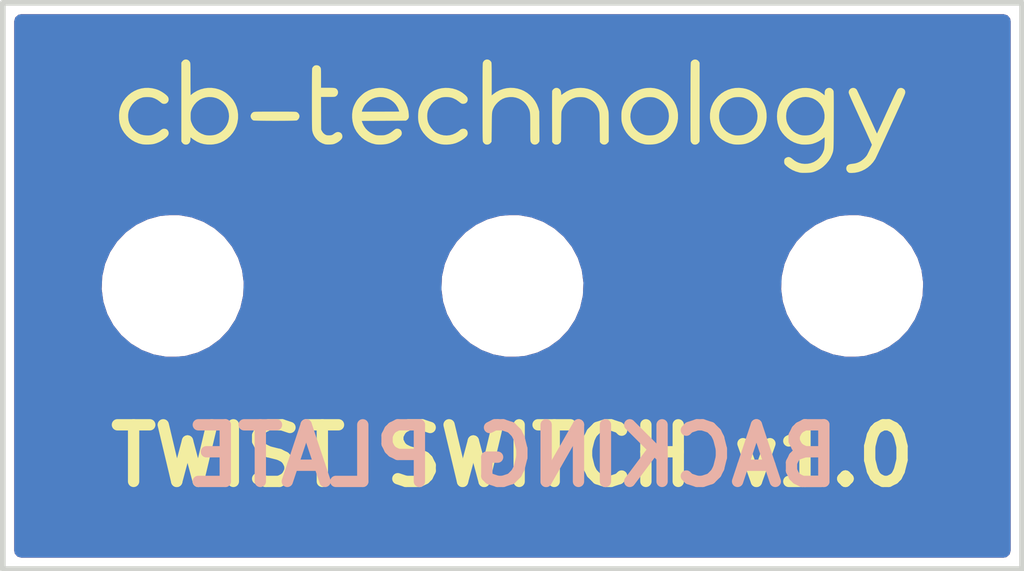
<source format=kicad_pcb>
(kicad_pcb (version 20221018) (generator pcbnew)
  (title_block (title "TWIST SWITCH BACKING PLATE") (date "2023-08-02") (rev "v1.0") (company "cb-technology"))
  (layers (0 "F.Cu" signal) (31 "B.Cu" signal) (34 "B.Paste" user) (35 "F.Paste" user) (36 "B.SilkS" user "B.Silkscreen") (37 "F.SilkS" user "F.Silkscreen") (38 "B.Mask" user) (39 "F.Mask" user) (44 "Edge.Cuts" user))
  (net 0 "")
  (footprint "LOGO" (layer "F.Cu") (at 200 147)
    (fp_text reference "G***" hide)
    (fp_text value "LOGO" hide)
    (fp_poly (pts (xy 3.239801 -0.998702) (xy 3.263624 -0.99037) (xy 3.265135 -0.989509) (xy 3.281186 -0.977049) (xy 3.294048 -0.96169) (xy 3.295429 -0.959384) (xy 3.305796 -0.940938) (xy 3.305796 0.445978) (xy 3.294022 0.46607) (xy 3.27762 0.485476) (xy 3.256055 0.498494) (xy 3.231443 0.504456) (xy 3.205903 0.502696) (xy 3.192133 0.498154) (xy 3.174485 0.486213) (xy 3.159306 0.468213) (xy 3.149213 0.447354) (xy 3.148439 0.444706) (xy 3.14769 0.437521) (xy 3.147022 0.421795) (xy 3.146436 0.397465) (xy 3.145932 0.364467) (xy 3.145508 0.322738) (xy 3.145165 0.272215) (xy 3.144902 0.212834) (xy 3.144719 0.144533) (xy 3.144616 0.067246) (xy 3.144592 -0.019087) (xy 3.144647 -0.114532) (xy 3.14478 -0.219151) (xy 3.144845 -0.257681) (xy 3.145016 -0.350928) (xy 3.145184 -0.435361) (xy 3.145355 -0.511429) (xy 3.145535 -0.579577) (xy 3.145731 -0.640253) (xy 3.145947 -0.693904) (xy 3.146191 -0.740977) (xy 3.146468 -0.781918) (xy 3.146784 -0.817175) (xy 3.147144 -0.847194) (xy 3.147556 -0.872423) (xy 3.148024 -0.893309) (xy 3.148556 -0.910297) (xy 3.149155 -0.923836) (xy 3.14983 -0.934373) (xy 3.150585 -0.942353) (xy 3.151427 -0.948225) (xy 3.152362 -0.952434) (xy 3.153395 -0.955429) (xy 3.15416 -0.957006) (xy 3.17014 -0.977518) (xy 3.191067 -0.991693) (xy 3.214951 -0.998949)) (fill solid) (layer "F.SilkS"))
    (fp_poly (pts (xy -4.125512 -0.078498) (xy -4.067214 -0.078465) (xy -4.016909 -0.078392) (xy -3.973963 -0.078264) (xy -3.937743 -0.078068) (xy -3.907615 -0.077788) (xy -3.882945 -0.077411) (xy -3.8631 -0.076921) (xy -3.847445 -0.076305) (xy -3.835349 -0.075547) (xy -3.826176 -0.074634) (xy -3.819293 -0.073551) (xy -3.814067 -0.072283) (xy -3.809864 -0.070816) (xy -3.807297 -0.069711) (xy -3.788159 -0.056507) (xy -3.772496 -0.037207) (xy -3.762624 -0.014907) (xy -3.761138 -0.008095) (xy -3.761744 0.014816) (xy -3.769702 0.037807) (xy -3.783519 0.058219) (xy -3.8017 0.073392) (xy -3.808941 0.077024) (xy -3.81651 0.078253) (xy -3.832461 0.07936) (xy -3.855926 0.080343) (xy -3.886039 0.081204) (xy -3.921934 0.081942) (xy -3.962742 0.082558) (xy -4.007599 0.083052) (xy -4.055637 0.083424) (xy -4.10599 0.083675) (xy -4.157791 0.083804) (xy -4.210174 0.083812) (xy -4.262271 0.083699) (xy -4.313216 0.083466) (xy -4.362144 0.083112) (xy -4.408186 0.082637) (xy -4.450476 0.082043) (xy -4.488148 0.081329) (xy -4.520335 0.080495) (xy -4.546171 0.079542) (xy -4.564788 0.07847) (xy -4.575321 0.077278) (xy -4.576952 0.076827) (xy -4.59592 0.063983) (xy -4.611161 0.044984) (xy -4.621167 0.022567) (xy -4.624432 -0.000532) (xy -4.623733 -0.008095) (xy -4.616049 -0.030693) (xy -4.60188 -0.051217) (xy -4.583541 -0.066575) (xy -4.577574 -0.069711) (xy -4.573703 -0.07132) (xy -4.569234 -0.07272) (xy -4.563535 -0.073926) (xy -4.555971 -0.074952) (xy -4.54591 -0.075812) (xy -4.532717 -0.076522) (xy -4.515758 -0.077095) (xy -4.494401 -0.077546) (xy -4.468011 -0.07789) (xy -4.435956 -0.078141) (xy -4.397601 -0.078313) (xy -4.352312 -0.078421) (xy -4.299457 -0.07848) (xy -4.238401 -0.078503) (xy -4.192435 -0.078506)) (fill solid) (layer "F.SilkS"))
    (fp_poly (pts (xy 4.069173 -0.492733) (xy 4.121985 -0.481828) (xy 4.179315 -0.462467) (xy 4.234691 -0.434849) (xy 4.287084 -0.399932) (xy 4.335462 -0.358674) (xy 4.378798 -0.312032) (xy 4.416061 -0.260963) (xy 4.446222 -0.206425) (xy 4.463374 -0.164364) (xy 4.479596 -0.104508) (xy 4.488434 -0.041144) (xy 4.489874 0.023636) (xy 4.483907 0.087738) (xy 4.470521 0.14907) (xy 4.465188 0.166222) (xy 4.440817 0.224901) (xy 4.408438 0.280165) (xy 4.368932 0.3312) (xy 4.323177 0.377189) (xy 4.272054 0.417317) (xy 4.216443 0.450768) (xy 4.157224 0.476726) (xy 4.116591 0.489358) (xy 4.083276 0.496055) (xy 4.044223 0.5007) (xy 4.002473 0.503177) (xy 3.961066 0.503375) (xy 3.923045 0.501178) (xy 3.896836 0.497569) (xy 3.830739 0.48055) (xy 3.768753 0.455235) (xy 3.710903 0.421637) (xy 3.657208 0.379769) (xy 3.620784 0.344134) (xy 3.577433 0.291781) (xy 3.542829 0.23673) (xy 3.516744 0.178434) (xy 3.498947 0.116347) (xy 3.489209 0.049922) (xy 3.487751 0.027511) (xy 3.488379 -0.016016) (xy 3.649723 -0.016016) (xy 3.650519 0.039445) (xy 3.659416 0.091059) (xy 3.676707 0.13996) (xy 3.70243 0.186883) (xy 3.737041 0.232246) (xy 3.777393 0.270407) (xy 3.823121 0.301111) (xy 3.87386 0.324101) (xy 3.914637 0.336047) (xy 3.942887 0.34025) (xy 3.976783 0.341698) (xy 4.013179 0.340547) (xy 4.048931 0.336953) (xy 4.080893 0.331072) (xy 4.095206 0.327087) (xy 4.144069 0.306956) (xy 4.188107 0.279527) (xy 4.222658 0.250018) (xy 4.260891 0.207026) (xy 4.290677 0.160367) (xy 4.311901 0.110326) (xy 4.324452 0.057191) (xy 4.328216 0.001248) (xy 4.32761 -0.016121) (xy 4.321509 -0.067724) (xy 4.309065 -0.114071) (xy 4.289558 -0.15674) (xy 4.262271 -0.197312) (xy 4.227321 -0.236523) (xy 4.206555 -0.256823) (xy 4.189474 -0.271883) (xy 4.173733 -0.283491) (xy 4.156987 -0.293435) (xy 4.143821 -0.300162) (xy 4.11041 -0.31521) (xy 4.080243 -0.325486) (xy 4.050006 -0.331742) (xy 4.016386 -0.334725) (xy 3.988717 -0.335269) (xy 3.950695 -0.334149) (xy 3.918404 -0.330288) (xy 3.88853 -0.322937) (xy 3.857759 -0.311346) (xy 3.833613 -0.300162) (xy 3.814842 -0.290329) (xy 3.798673 -0.280048) (xy 3.782759 -0.267531) (xy 3.764755 -0.250991) (xy 3.750112 -0.236523) (xy 3.714341 -0.196261) (xy 3.687096 -0.155417) (xy 3.667688 -0.112481) (xy 3.655429 -0.065942) (xy 3.649723 -0.016016) (xy 3.488379 -0.016016) (xy 3.488758 -0.042249) (xy 3.498403 -0.10869) (xy 3.516655 -0.171738) (xy 3.543486 -0.231318) (xy 3.578866 -0.287355) (xy 3.622766 -0.339773) (xy 3.637235 -0.354432) (xy 3.68954 -0.399343) (xy 3.745968 -0.436129) (xy 3.805925 -0.464635) (xy 3.868818 -0.484704) (xy 3.934053 -0.496181) (xy 4.001036 -0.49891)) (fill solid) (layer "F.SilkS"))
    (fp_poly (pts (xy -6.361626 -0.491335) (xy -6.295211 -0.475184) (xy -6.272191 -0.467427) (xy -6.240909 -0.454358) (xy -6.208562 -0.43775) (xy -6.176655 -0.418663) (xy -6.146697 -0.398162) (xy -6.120194 -0.377308) (xy -6.098655 -0.357165) (xy -6.083585 -0.338795) (xy -6.07935 -0.331462) (xy -6.071456 -0.306083) (xy -6.071603 -0.281442) (xy -6.078781 -0.258859) (xy -6.091979 -0.239652) (xy -6.110189 -0.225141) (xy -6.132398 -0.216645) (xy -6.157597 -0.215483) (xy -6.166968 -0.21706) (xy -6.176351 -0.219364) (xy -6.184231 -0.222202) (xy -6.192331 -0.226677) (xy -6.202376 -0.233896) (xy -6.216091 -0.244964) (xy -6.234233 -0.26017) (xy -6.273491 -0.288313) (xy -6.317404 -0.31125) (xy -6.361575 -0.326886) (xy -6.387344 -0.331707) (xy -6.418895 -0.334511) (xy -6.453056 -0.335288) (xy -6.486658 -0.33403) (xy -6.516528 -0.330728) (xy -6.532884 -0.327366) (xy -6.584378 -0.309076) (xy -6.632206 -0.282732) (xy -6.675388 -0.24914) (xy -6.712945 -0.209107) (xy -6.743897 -0.16344) (xy -6.753201 -0.145844) (xy -6.77029 -0.105881) (xy -6.781107 -0.067017) (xy -6.786257 -0.026202) (xy -6.786345 0.019613) (xy -6.786288 0.020835) (xy -6.780393 0.074192) (xy -6.76765 0.122244) (xy -6.747435 0.166403) (xy -6.719121 0.208081) (xy -6.687988 0.242846) (xy -6.647626 0.278659) (xy -6.6058 0.305836) (xy -6.561146 0.324977) (xy -6.512301 0.33668) (xy -6.463434 0.341355) (xy -6.427437 0.341779) (xy -6.39755 0.339783) (xy -6.375465 0.336198) (xy -6.340123 0.325802) (xy -6.302488 0.309546) (xy -6.265729 0.289048) (xy -6.233013 0.265925) (xy -6.225487 0.259618) (xy -6.203155 0.241589) (xy -6.184181 0.230048) (xy -6.166376 0.224072) (xy -6.147549 0.222736) (xy -6.139388 0.22328) (xy -6.113973 0.229919) (xy -6.093526 0.244097) (xy -6.07899 0.265154) (xy -6.078709 0.265765) (xy -6.071358 0.288129) (xy -6.070483 0.309578) (xy -6.076476 0.330752) (xy -6.089723 0.35229) (xy -6.110616 0.374831) (xy -6.139541 0.399014) (xy -6.175227 0.424368) (xy -6.226884 0.454223) (xy -6.28315 0.478183) (xy -6.32685 0.49149) (xy -6.353338 0.496467) (xy -6.38623 0.500121) (xy -6.42275 0.502366) (xy -6.460126 0.503117) (xy -6.495584 0.502287) (xy -6.52635 0.499792) (xy -6.538341 0.498029) (xy -6.602262 0.482086) (xy -6.663365 0.457461) (xy -6.721124 0.424445) (xy -6.77501 0.383329) (xy -6.813582 0.34628) (xy -6.85745 0.293959) (xy -6.892591 0.238872) (xy -6.919135 0.18067) (xy -6.937209 0.119007) (xy -6.94694 0.053536) (xy -6.948456 -0.01609) (xy -6.94829 -0.020386) (xy -6.942373 -0.083827) (xy -6.929904 -0.141871) (xy -6.910393 -0.19612) (xy -6.883352 -0.248177) (xy -6.874317 -0.262651) (xy -6.832939 -0.318579) (xy -6.786103 -0.367408) (xy -6.734477 -0.408911) (xy -6.678732 -0.44286) (xy -6.619537 -0.469028) (xy -6.557559 -0.487187) (xy -6.493469 -0.497109) (xy -6.427935 -0.498568)) (fill solid) (layer "F.SilkS"))
    (fp_poly (pts (xy -3.431214 -0.894011) (xy -3.409116 -0.881762) (xy -3.392168 -0.862005) (xy -3.38915 -0.856571) (xy -3.386727 -0.851394) (xy -3.384766 -0.845677) (xy -3.383219 -0.838435) (xy -3.382037 -0.828684) (xy -3.381171 -0.81544) (xy -3.380572 -0.797721) (xy -3.380192 -0.77454) (xy -3.379982 -0.744916) (xy -3.379893 -0.707863) (xy -3.379876 -0.669215) (xy -3.379876 -0.500037) (xy -3.262969 -0.499935) (xy -3.222998 -0.499773) (xy -3.191109 -0.49923) (xy -3.166125 -0.498103) (xy -3.146869 -0.496189) (xy -3.132167 -0.493288) (xy -3.12084 -0.489195) (xy -3.111712 -0.483708) (xy -3.103608 -0.476626) (xy -3.098914 -0.47171) (xy -3.085317 -0.450579) (xy -3.079398 -0.426806) (xy -3.080823 -0.402387) (xy -3.089257 -0.37932) (xy -3.104365 -0.359602) (xy -3.119617 -0.348355) (xy -3.125556 -0.345215) (xy -3.131643 -0.342782) (xy -3.139089 -0.340966) (xy -3.149106 -0.339678) (xy -3.162909 -0.338826) (xy -3.18171 -0.338322) (xy -3.206721 -0.338075) (xy -3.239155 -0.337994) (xy -3.259136 -0.337988) (xy -3.380208 -0.337988) (xy -3.378885 -0.049772) (xy -3.377561 0.238443) (xy -3.364643 0.264749) (xy -3.346284 0.29332) (xy -3.321527 0.316366) (xy -3.29988 0.329823) (xy -3.288078 0.335165) (xy -3.275455 0.338355) (xy -3.259119 0.339886) (xy -3.238662 0.340252) (xy -3.214983 0.339623) (xy -3.196606 0.336999) (xy -3.180586 0.331305) (xy -3.163978 0.321465) (xy -3.143835 0.306404) (xy -3.142015 0.304967) (xy -3.115164 0.288228) (xy -3.088599 0.280673) (xy -3.062476 0.282314) (xy -3.036951 0.293168) (xy -3.034286 0.294859) (xy -3.017925 0.310773) (xy -3.007024 0.332167) (xy -3.002463 0.356476) (xy -3.004934 0.380427) (xy -3.013818 0.399187) (xy -3.030145 0.419248) (xy -3.05243 0.439466) (xy -3.079186 0.458695) (xy -3.108928 0.475787) (xy -3.14017 0.489598) (xy -3.151712 0.493615) (xy -3.170439 0.497752) (xy -3.195532 0.500733) (xy -3.224161 0.502479) (xy -3.253496 0.502912) (xy -3.280707 0.501955) (xy -3.302963 0.49953) (xy -3.310427 0.497985) (xy -3.357731 0.481415) (xy -3.401586 0.45726) (xy -3.441034 0.426527) (xy -3.475118 0.390222) (xy -3.502883 0.349354) (xy -3.52337 0.304928) (xy -3.535004 0.261588) (xy -3.536054 0.254355) (xy -3.536993 0.244758) (xy -3.537825 0.232297) (xy -3.538558 0.216469) (xy -3.539198 0.196772) (xy -3.53975 0.172707) (xy -3.54022 0.14377) (xy -3.540615 0.109461) (xy -3.54094 0.069277) (xy -3.541202 0.022718) (xy -3.541406 -0.030718) (xy -3.541559 -0.091533) (xy -3.541666 -0.160229) (xy -3.541735 -0.237306) (xy -3.541763 -0.300978) (xy -3.541749 -0.38669) (xy -3.541654 -0.465914) (xy -3.541479 -0.538377) (xy -3.541227 -0.603805) (xy -3.5409 -0.661925) (xy -3.540501 -0.712464) (xy -3.540031 -0.755149) (xy -3.539493 -0.789705) (xy -3.53889 -0.81586) (xy -3.538222 -0.83334) (xy -3.537493 -0.841872) (xy -3.537386 -0.842336) (xy -3.528399 -0.860595) (xy -3.513452 -0.878036) (xy -3.495483 -0.891265) (xy -3.494698 -0.891682) (xy -3.482718 -0.895499) (xy -3.466334 -0.897852) (xy -3.457575 -0.898214)) (fill solid) (layer "F.SilkS"))
    (fp_poly (pts (xy -1.121689 -0.496434) (xy -1.05892 -0.48694) (xy -0.998166 -0.46993) (xy -0.940434 -0.445572) (xy -0.886733 -0.414032) (xy -0.838071 -0.375476) (xy -0.82799 -0.365919) (xy -0.810707 -0.347873) (xy -0.799569 -0.333243) (xy -0.793171 -0.320083) (xy -0.791911 -0.315927) (xy -0.788988 -0.288983) (xy -0.794169 -0.264436) (xy -0.806452 -0.243609) (xy -0.824834 -0.227821) (xy -0.848311 -0.218394) (xy -0.86759 -0.216286) (xy -0.881934 -0.216885) (xy -0.894078 -0.219357) (xy -0.906072 -0.224712) (xy -0.919963 -0.233964) (xy -0.937797 -0.248122) (xy -0.946144 -0.255092) (xy -0.993235 -0.288736) (xy -1.044993 -0.314385) (xy -1.074152 -0.324681) (xy -1.102785 -0.330996) (xy -1.137118 -0.334692) (xy -1.173959 -0.33573) (xy -1.210114 -0.334073) (xy -1.242392 -0.329682) (xy -1.254721 -0.326826) (xy -1.305171 -0.308426) (xy -1.352372 -0.281967) (xy -1.395166 -0.248413) (xy -1.432396 -0.208724) (xy -1.462905 -0.163864) (xy -1.472406 -0.145844) (xy -1.487208 -0.11161) (xy -1.49705 -0.078614) (xy -1.502626 -0.04365) (xy -1.504635 -0.00351) (xy -1.504671 0.002732) (xy -1.501352 0.057535) (xy -1.490898 0.107132) (xy -1.472799 0.152762) (xy -1.446543 0.195667) (xy -1.411618 0.237086) (xy -1.405381 0.243468) (xy -1.385313 0.263042) (xy -1.368603 0.277583) (xy -1.352572 0.289078) (xy -1.334538 0.299516) (xy -1.319541 0.307134) (xy -1.267487 0.327807) (xy -1.213969 0.339785) (xy -1.15997 0.343142) (xy -1.106472 0.337953) (xy -1.054457 0.324291) (xy -1.004906 0.302232) (xy -0.97069 0.28075) (xy -0.955346 0.269291) (xy -0.941933 0.25842) (xy -0.93323 0.250394) (xy -0.932938 0.250075) (xy -0.912895 0.234296) (xy -0.888447 0.225038) (xy -0.862198 0.22277) (xy -0.836753 0.22796) (xy -0.829046 0.231354) (xy -0.809856 0.245975) (xy -0.796586 0.266018) (xy -0.789729 0.2894) (xy -0.789778 0.314041) (xy -0.797225 0.337859) (xy -0.8019 0.345964) (xy -0.818199 0.365551) (xy -0.841657 0.38683) (xy -0.870605 0.408707) (xy -0.903371 0.430087) (xy -0.938286 0.449877) (xy -0.973678 0.466982) (xy -1.006188 0.479738) (xy -1.052592 0.492269) (xy -1.1042 0.500547) (xy -1.157878 0.504346) (xy -1.210492 0.503441) (xy -1.257804 0.497811) (xy -1.312981 0.484279) (xy -1.367383 0.463544) (xy -1.394553 0.450485) (xy -1.430597 0.430257) (xy -1.463404 0.407675) (xy -1.495393 0.380872) (xy -1.528984 0.347982) (xy -1.533419 0.343347) (xy -1.575994 0.293044) (xy -1.610009 0.240338) (xy -1.636083 0.184061) (xy -1.654832 0.123043) (xy -1.658535 0.106489) (xy -1.663243 0.074694) (xy -1.66578 0.03706) (xy -1.666213 -0.003645) (xy -1.664607 -0.044649) (xy -1.66103 -0.083181) (xy -1.655547 -0.116472) (xy -1.652937 -0.127324) (xy -1.641769 -0.161508) (xy -1.626214 -0.199092) (xy -1.607937 -0.236469) (xy -1.588606 -0.27003) (xy -1.583155 -0.278366) (xy -1.555924 -0.313589) (xy -1.522217 -0.349187) (xy -1.484193 -0.383337) (xy -1.444011 -0.414219) (xy -1.403833 -0.440008) (xy -1.372741 -0.455927) (xy -1.311998 -0.47816) (xy -1.249236 -0.492211) (xy -1.185463 -0.498247)) (fill solid) (layer "F.SilkS"))
    (fp_poly (pts (xy 2.507644 -0.49238) (xy 2.571826 -0.477159) (xy 2.633289 -0.453374) (xy 2.69141 -0.421246) (xy 2.745567 -0.380993) (xy 2.773507 -0.355403) (xy 2.820208 -0.303492) (xy 2.858321 -0.248122) (xy 2.887871 -0.189245) (xy 2.908881 -0.126808) (xy 2.921373 -0.06076) (xy 2.924456 -0.02596) (xy 2.924025 0.04335) (xy 2.914794 0.109859) (xy 2.896857 0.173323) (xy 2.870306 0.233498) (xy 2.835235 0.290139) (xy 2.791737 0.343003) (xy 2.778668 0.356489) (xy 2.727639 0.401921) (xy 2.674043 0.438715) (xy 2.617121 0.467319) (xy 2.55611 0.488176) (xy 2.551662 0.489358) (xy 2.518347 0.496055) (xy 2.479294 0.5007) (xy 2.437544 0.503177) (xy 2.396137 0.503375) (xy 2.358116 0.501178) (xy 2.331907 0.497569) (xy 2.266904 0.480708) (xy 2.205448 0.455669) (xy 2.148201 0.423067) (xy 2.095825 0.383516) (xy 2.048981 0.337632) (xy 2.008331 0.286029) (xy 1.974535 0.229321) (xy 1.948256 0.168123) (xy 1.936553 0.130189) (xy 1.931913 0.111551) (xy 1.928625 0.094713) (xy 1.926447 0.077321) (xy 1.92514 0.057021) (xy 1.924465 0.03146) (xy 1.924286 0.013697) (xy 2.083046 0.013697) (xy 2.088732 0.066954) (xy 2.103072 0.118646) (xy 2.125946 0.168033) (xy 2.157232 0.214376) (xy 2.183029 0.243549) (xy 2.223708 0.279236) (xy 2.268311 0.306963) (xy 2.317889 0.327311) (xy 2.349708 0.336047) (xy 2.375022 0.339825) (xy 2.406228 0.341378) (xy 2.440261 0.340831) (xy 2.474057 0.338311) (xy 2.50455 0.333943) (xy 2.525647 0.32885) (xy 2.57565 0.308395) (xy 2.621859 0.279935) (xy 2.663351 0.244271) (xy 2.6992 0.202201) (xy 2.728483 0.154525) (xy 2.729527 0.152469) (xy 2.748498 0.104851) (xy 2.759771 0.053629) (xy 2.763276 0.000451) (xy 2.758945 -0.053038) (xy 2.746706 -0.105191) (xy 2.741105 -0.121339) (xy 2.722043 -0.160952) (xy 2.695577 -0.199974) (xy 2.663464 -0.236475) (xy 2.627461 -0.268528) (xy 2.589327 -0.294204) (xy 2.578074 -0.300205) (xy 2.545374 -0.315201) (xy 2.515478 -0.325469) (xy 2.485184 -0.331736) (xy 2.451293 -0.334731) (xy 2.423788 -0.335269) (xy 2.385766 -0.334149) (xy 2.353475 -0.330288) (xy 2.323601 -0.322937) (xy 2.29283 -0.311346) (xy 2.268684 -0.300162) (xy 2.249832 -0.290273) (xy 2.233498 -0.279868) (xy 2.217336 -0.267164) (xy 2.199003 -0.250381) (xy 2.184816 -0.236447) (xy 2.165186 -0.216375) (xy 2.150665 -0.200059) (xy 2.139457 -0.185081) (xy 2.129765 -0.169028) (xy 2.119794 -0.149482) (xy 2.119118 -0.148082) (xy 2.098118 -0.09456) (xy 2.086134 -0.040388) (xy 2.083046 0.013697) (xy 1.924286 0.013697) (xy 1.924241 0.00926) (xy 1.924365 -0.025805) (xy 1.925343 -0.053863) (xy 1.927327 -0.077141) (xy 1.930473 -0.097864) (xy 1.932208 -0.106489) (xy 1.950014 -0.16773) (xy 1.976215 -0.226421) (xy 2.010093 -0.281664) (xy 2.050932 -0.332564) (xy 2.098016 -0.378224) (xy 2.150627 -0.417745) (xy 2.206179 -0.449328) (xy 2.247449 -0.467565) (xy 2.287062 -0.480827) (xy 2.32864 -0.490128) (xy 2.373611 -0.496258) (xy 2.441365 -0.49882)) (fill solid) (layer "F.SilkS"))
    (fp_poly (pts (xy 1.267975 -0.494479) (xy 1.330975 -0.481995) (xy 1.39199 -0.461366) (xy 1.450064 -0.432558) (xy 1.471323 -0.419355) (xy 1.52598 -0.378003) (xy 1.574274 -0.330426) (xy 1.615685 -0.277374) (xy 1.649692 -0.219598) (xy 1.675774 -0.15785) (xy 1.691518 -0.101921) (xy 1.693622 -0.091906) (xy 1.695398 -0.082075) (xy 1.696874 -0.07157) (xy 1.698078 -0.059533) (xy 1.699039 -0.045107) (xy 1.699785 -0.027432) (xy 1.700345 -0.005651) (xy 1.700747 0.021095) (xy 1.701019 0.053663) (xy 1.70119 0.092913) (xy 1.701288 0.139701) (xy 1.701341 0.194886) (xy 1.701342 0.195207) (xy 1.701513 0.44829) (xy 1.687623 0.467896) (xy 1.668118 0.488631) (xy 1.645113 0.500957) (xy 1.62126 0.504666) (xy 1.594268 0.500374) (xy 1.571048 0.487866) (xy 1.556565 0.473132) (xy 1.544094 0.45679) (xy 1.541464 0.204088) (xy 1.540876 0.149012) (xy 1.540328 0.102363) (xy 1.539784 0.063307) (xy 1.539208 0.031011) (xy 1.538563 0.004642) (xy 1.537812 -0.016635) (xy 1.53692 -0.033651) (xy 1.53585 -0.04724) (xy 1.534566 -0.058236) (xy 1.533031 -0.067472) (xy 1.531209 -0.075781) (xy 1.529063 -0.083996) (xy 1.528861 -0.084731) (xy 1.510019 -0.136251) (xy 1.483454 -0.183819) (xy 1.450033 -0.226568) (xy 1.410622 -0.263629) (xy 1.366086 -0.294135) (xy 1.317293 -0.317217) (xy 1.287131 -0.326929) (xy 1.261855 -0.331665) (xy 1.230665 -0.334443) (xy 1.19664 -0.335264) (xy 1.162859 -0.334131) (xy 1.132402 -0.331046) (xy 1.111192 -0.326826) (xy 1.059749 -0.308148) (xy 1.012302 -0.281495) (xy 0.969572 -0.247551) (xy 0.932283 -0.207003) (xy 0.901156 -0.160539) (xy 0.876915 -0.108843) (xy 0.874338 -0.101859) (xy 0.872031 -0.09526) (xy 0.870072 -0.088847) (xy 0.868424 -0.081826) (xy 0.867051 -0.073398) (xy 0.865917 -0.062766) (xy 0.864987 -0.049134) (xy 0.864223 -0.031703) (xy 0.86359 -0.009678) (xy 0.863052 0.017739) (xy 0.862573 0.051345) (xy 0.862117 0.091937) (xy 0.861647 0.140312) (xy 0.861209 0.18828) (xy 0.858859 0.448324) (xy 0.844969 0.467914) (xy 0.833357 0.481426) (xy 0.820167 0.492792) (xy 0.814946 0.496085) (xy 0.793814 0.502906) (xy 0.76973 0.50396) (xy 0.747027 0.499201) (xy 0.741626 0.49688) (xy 0.728717 0.488093) (xy 0.716175 0.47591) (xy 0.713847 0.47304) (xy 0.70144 0.456775) (xy 0.700144 0.011937) (xy 0.699986 -0.051648) (xy 0.699885 -0.112732) (xy 0.699841 -0.170663) (xy 0.699851 -0.224788) (xy 0.699913 -0.274455) (xy 0.700026 -0.319012) (xy 0.700188 -0.357805) (xy 0.700397 -0.390182) (xy 0.700651 -0.415492) (xy 0.700949 -0.43308) (xy 0.701288 -0.442296) (xy 0.701419 -0.443436) (xy 0.705948 -0.452878) (xy 0.714654 -0.465293) (xy 0.720576 -0.472329) (xy 0.741007 -0.488841) (xy 0.764243 -0.497513) (xy 0.788457 -0.498207) (xy 0.811819 -0.490785) (xy 0.82706 -0.480359) (xy 0.841435 -0.465535) (xy 0.851004 -0.449421) (xy 0.856966 -0.429307) (xy 0.860256 -0.405375) (xy 0.863489 -0.371371) (xy 0.901685 -0.400131) (xy 0.956569 -0.435844) (xy 1.015191 -0.463604) (xy 1.076597 -0.48338) (xy 1.139832 -0.49514) (xy 1.203943 -0.49885)) (fill solid) (layer "F.SilkS"))
    (fp_poly (pts (xy -2.287631 -0.497384) (xy -2.222715 -0.487599) (xy -2.159288 -0.469256) (xy -2.102345 -0.444415) (xy -2.044475 -0.409708) (xy -1.992463 -0.368394) (xy -1.946782 -0.321193) (xy -1.907904 -0.268826) (xy -1.876301 -0.212014) (xy -1.852446 -0.151476) (xy -1.836811 -0.087932) (xy -1.830201 -0.029578) (xy -1.829155 -0.006668) (xy -1.829019 0.009283) (xy -1.830056 0.020553) (xy -1.832532 0.029421) (xy -1.83671 0.038164) (xy -1.838422 0.041257) (xy -1.848862 0.055639) (xy -1.861716 0.06803) (xy -1.865701 0.070836) (xy -1.882082 0.081024) (xy -2.271828 0.083339) (xy -2.661575 0.085654) (xy -2.646745 0.125009) (xy -2.62308 0.17498) (xy -2.591922 0.219984) (xy -2.554001 0.259317) (xy -2.510046 0.292273) (xy -2.460785 0.31815) (xy -2.437678 0.32709) (xy -2.422016 0.332259) (xy -2.408374 0.335839) (xy -2.394403 0.338123) (xy -2.377753 0.339405) (xy -2.356076 0.33998) (xy -2.333504 0.340128) (xy -2.305068 0.339994) (xy -2.283514 0.339259) (xy -2.266472 0.337674) (xy -2.25157 0.334993) (xy -2.236437 0.330968) (xy -2.231644 0.329507) (xy -2.193632 0.315178) (xy -2.157726 0.296044) (xy -2.121389 0.270659) (xy -2.104965 0.257435) (xy -2.083546 0.240799) (xy -2.065712 0.229425) (xy -2.052745 0.224128) (xy -2.052585 0.224097) (xy -2.024226 0.222647) (xy -1.999156 0.228829) (xy -1.97852 0.241764) (xy -1.963466 0.260578) (xy -1.955142 0.284393) (xy -1.953846 0.299547) (xy -1.954997 0.317826) (xy -1.959263 0.333098) (xy -1.96786 0.347612) (xy -1.982006 0.36362) (xy -1.99554 0.376622) (xy -2.046861 0.417874) (xy -2.103493 0.45168) (xy -2.16481 0.477699) (xy -2.202912 0.489256) (xy -2.236964 0.4961) (xy -2.27672 0.500801) (xy -2.319104 0.503244) (xy -2.36104 0.503315) (xy -2.399454 0.500899) (xy -2.423685 0.497465) (xy -2.487738 0.480747) (xy -2.54891 0.455528) (xy -2.60646 0.422316) (xy -2.659647 0.38162) (xy -2.70773 0.333949) (xy -2.749968 0.27981) (xy -2.757531 0.268433) (xy -2.786722 0.215092) (xy -2.808905 0.156882) (xy -2.823881 0.095211) (xy -2.831448 0.031487) (xy -2.831407 -0.032879) (xy -2.82575 -0.078709) (xy -2.658759 -0.078709) (xy -2.329452 -0.078709) (xy -2.275153 -0.078731) (xy -2.223647 -0.078794) (xy -2.175668 -0.078895) (xy -2.131952 -0.079029) (xy -2.093234 -0.079194) (xy -2.060249 -0.079387) (xy -2.033731 -0.079602) (xy -2.014416 -0.079837) (xy -2.003039 -0.080089) (xy -2.000146 -0.0803) (xy -2.001531 -0.085168) (xy -2.005127 -0.096198) (xy -2.009197 -0.108197) (xy -2.031129 -0.15833) (xy -2.060223 -0.203397) (xy -2.095598 -0.242857) (xy -2.136376 -0.276169) (xy -2.181675 -0.302793) (xy -2.230618 -0.322186) (xy -2.282322 -0.33381) (xy -2.335909 -0.337121) (xy -2.376344 -0.333891) (xy -2.428209 -0.322957) (xy -2.475146 -0.305166) (xy -2.518577 -0.279792) (xy -2.559925 -0.246111) (xy -2.5725 -0.233912) (xy -2.592224 -0.213117) (xy -2.607087 -0.194719) (xy -2.619503 -0.17539) (xy -2.631571 -0.152442) (xy -2.640942 -0.132526) (xy -2.64886 -0.114079) (xy -2.654261 -0.099664) (xy -2.655904 -0.093757) (xy -2.658759 -0.078709) (xy -2.82575 -0.078709) (xy -2.823557 -0.09648) (xy -2.814856 -0.134269) (xy -2.804552 -0.164962) (xy -2.789875 -0.199476) (xy -2.772434 -0.23456) (xy -2.753834 -0.266965) (xy -2.736918 -0.291835) (xy -2.715796 -0.317201) (xy -2.68999 -0.344453) (xy -2.661845 -0.371377) (xy -2.633707 -0.395757) (xy -2.607921 -0.415378) (xy -2.60166 -0.419577) (xy -2.543396 -0.45188) (xy -2.48192 -0.475859) (xy -2.418174 -0.491467) (xy -2.353098 -0.498658)) (fill solid) (layer "F.SilkS"))
    (fp_poly (pts (xy -5.748912 -0.998259) (xy -5.726779 -0.988937) (xy -5.70768 -0.972464) (xy -5.694351 -0.951458) (xy -5.69258 -0.947173) (xy -5.691071 -0.942099) (xy -5.689802 -0.935506) (xy -5.688753 -0.926662) (xy -5.687901 -0.914837) (xy -5.687227 -0.8993) (xy -5.686709 -0.879321) (xy -5.686325 -0.854168) (xy -5.686055 -0.82311) (xy -5.685879 -0.785417) (xy -5.685773 -0.740358) (xy -5.685719 -0.687202) (xy -5.685702 -0.651668) (xy -5.685622 -0.601582) (xy -5.685429 -0.55435) (xy -5.685133 -0.510766) (xy -5.684745 -0.471626) (xy -5.684276 -0.437724) (xy -5.683738 -0.409856) (xy -5.683141 -0.388818) (xy -5.682497 -0.375405) (xy -5.681816 -0.370412) (xy -5.681777 -0.370397) (xy -5.676289 -0.373466) (xy -5.668063 -0.380937) (xy -5.667269 -0.381771) (xy -5.658303 -0.38979) (xy -5.644279 -0.400685) (xy -5.627939 -0.412343) (xy -5.62476 -0.414496) (xy -5.566771 -0.447994) (xy -5.505717 -0.473117) (xy -5.442475 -0.48986) (xy -5.377922 -0.498212) (xy -5.312934 -0.498168) (xy -5.248389 -0.489719) (xy -5.185163 -0.472857) (xy -5.124135 -0.447574) (xy -5.074525 -0.419382) (xy -5.049036 -0.400824) (xy -5.020713 -0.376794) (xy -4.991856 -0.349528) (xy -4.964763 -0.321262) (xy -4.941731 -0.294232) (xy -4.930892 -0.279643) (xy -4.896775 -0.222274) (xy -4.870958 -0.161207) (xy -4.853639 -0.097236) (xy -4.84502 -0.031153) (xy -4.845301 0.036247) (xy -4.846785 0.0532) (xy -4.857721 0.120418) (xy -4.876167 0.182504) (xy -4.902478 0.240208) (xy -4.937011 0.294277) (xy -4.980119 0.345458) (xy -4.990998 0.356614) (xy -5.042587 0.402548) (xy -5.096838 0.439684) (xy -5.154163 0.468205) (xy -5.214974 0.488294) (xy -5.279681 0.500135) (xy -5.319832 0.503326) (xy -5.388345 0.502689) (xy -5.452225 0.494339) (xy -5.512339 0.478015) (xy -5.569556 0.453452) (xy -5.624743 0.420389) (xy -5.647403 0.403997) (xy -5.6856 0.374963) (xy -5.685702 0.406247) (xy -5.689136 0.438519) (xy -5.698968 0.465186) (xy -5.714833 0.485595) (xy -5.736365 0.499092) (xy -5.737988 0.499728) (xy -5.762464 0.504542) (xy -5.787779 0.501927) (xy -5.807785 0.493716) (xy -5.822076 0.482327) (xy -5.834635 0.467949) (xy -5.836699 0.464803) (xy -5.847601 0.446792) (xy -5.847616 0.002315) (xy -5.682991 0.002315) (xy -5.682861 0.030224) (xy -5.682268 0.051152) (xy -5.680945 0.067374) (xy -5.678627 0.081169) (xy -5.675046 0.094812) (xy -5.670538 0.108804) (xy -5.64841 0.160478) (xy -5.618856 0.207194) (xy -5.582613 0.248266) (xy -5.540414 0.283011) (xy -5.492994 0.310744) (xy -5.441089 0.330779) (xy -5.428637 0.334215) (xy -5.395723 0.339873) (xy -5.357543 0.34198) (xy -5.317324 0.340669) (xy -5.278293 0.336076) (xy -5.243679 0.328336) (xy -5.23695 0.326215) (xy -5.187821 0.305031) (xy -5.143292 0.276538) (xy -5.103946 0.24169) (xy -5.070369 0.201442) (xy -5.043144 0.156747) (xy -5.022856 0.108559) (xy -5.01009 0.057834) (xy -5.00543 0.005524) (xy -5.009179 -0.045644) (xy -5.020936 -0.097972) (xy -5.039415 -0.144984) (xy -5.065397 -0.188193) (xy -5.099665 -0.22911) (xy -5.108889 -0.238443) (xy -5.148248 -0.272906) (xy -5.188477 -0.299068) (xy -5.231471 -0.317832) (xy -5.279125 -0.3301) (xy -5.311075 -0.334755) (xy -5.366803 -0.336437) (xy -5.420899 -0.329168) (xy -5.472593 -0.313219) (xy -5.521114 -0.28886) (xy -5.565691 -0.256359) (xy -5.584205 -0.239203) (xy -5.620942 -0.196574) (xy -5.650444 -0.149439) (xy -5.670086 -0.104174) (xy -5.675158 -0.088879) (xy -5.678697 -0.075608) (xy -5.680976 -0.062101) (xy -5.682269 -0.046104) (xy -5.682849 -0.025357) (xy -5.682991 0.002315) (xy -5.847616 0.002315) (xy -5.847649 -0.94266) (xy -5.835316 -0.96168) (xy -5.817281 -0.98214) (xy -5.795787 -0.994978) (xy -5.772456 -1.000312)) (fill solid) (layer "F.SilkS"))
    (fp_poly (pts (xy -0.420558 -0.995743) (xy -0.398776 -0.983889) (xy -0.38098 -0.966213) (xy -0.370692 -0.947684) (xy -0.369491 -0.939666) (xy -0.368457 -0.922415) (xy -0.367591 -0.895925) (xy -0.366893 -0.860195) (xy -0.366363 -0.815219) (xy -0.366 -0.760995) (xy -0.365805 -0.697519) (xy -0.365768 -0.650156) (xy -0.365768 -0.365661) (xy -0.339145 -0.387346) (xy -0.284512 -0.426055) (xy -0.226076 -0.456686) (xy -0.164703 -0.479148) (xy -0.101258 -0.49335) (xy -0.036606 -0.499201) (xy 0.028388 -0.49661) (xy 0.092859 -0.485486) (xy 0.15594 -0.465738) (xy 0.203379 -0.444415) (xy 0.261028 -0.409679) (xy 0.313372 -0.367765) (xy 0.359751 -0.319488) (xy 0.399503 -0.265665) (xy 0.431965 -0.207109) (xy 0.456478 -0.144636) (xy 0.462099 -0.12556) (xy 0.47425 -0.081024) (xy 0.475814 0.181815) (xy 0.477379 0.444655) (xy 0.466765 0.46354) (xy 0.450728 0.483552) (xy 0.429929 0.4971) (xy 0.406334 0.503846) (xy 0.381906 0.503456) (xy 0.35861 0.495592) (xy 0.343164 0.484681) (xy 0.334057 0.473813) (xy 0.325305 0.459546) (xy 0.323588 0.456052) (xy 0.321668 0.451389) (xy 0.320057 0.445896) (xy 0.318727 0.438764) (xy 0.317652 0.429188) (xy 0.316805 0.41636) (xy 0.316156 0.399474) (xy 0.315681 0.377722) (xy 0.31535 0.350298) (xy 0.315136 0.316394) (xy 0.315013 0.275205) (xy 0.314953 0.225923) (xy 0.314939 0.201096) (xy 0.314878 0.144235) (xy 0.314709 0.095767) (xy 0.314372 0.054829) (xy 0.313809 0.020554) (xy 0.312959 -0.007923) (xy 0.311764 -0.031468) (xy 0.310164 -0.050946) (xy 0.308101 -0.067223) (xy 0.305516 -0.081164) (xy 0.302348 -0.093634) (xy 0.298539 -0.105499) (xy 0.294029 -0.117625) (xy 0.292951 -0.120379) (xy 0.268826 -0.169605) (xy 0.237764 -0.21356) (xy 0.200663 -0.251699) (xy 0.158422 -0.283474) (xy 0.111941 -0.308339) (xy 0.062118 -0.325749) (xy 0.009853 -0.335157) (xy -0.043955 -0.336016) (xy -0.059613 -0.334601) (xy -0.083457 -0.331186) (xy -0.107969 -0.32656) (xy -0.128899 -0.321557) (xy -0.134269 -0.319973) (xy -0.17615 -0.302404) (xy -0.217154 -0.277129) (xy -0.255605 -0.24567) (xy -0.289826 -0.209546) (xy -0.31814 -0.170277) (xy -0.335412 -0.137618) (xy -0.341076 -0.124741) (xy -0.345898 -0.113177) (xy -0.349954 -0.102077) (xy -0.35332 -0.090592) (xy -0.356073 -0.077872) (xy -0.358288 -0.06307) (xy -0.360041 -0.045336) (xy -0.361409 -0.023821) (xy -0.362467 0.002324) (xy -0.363293 0.033948) (xy -0.363961 0.0719) (xy -0.364548 0.117029) (xy -0.365129 0.170183) (xy -0.365412 0.197122) (xy -0.368083 0.452119) (xy -0.379578 0.468886) (xy -0.397718 0.48783) (xy -0.420363 0.499963) (xy -0.445398 0.504663) (xy -0.470704 0.501308) (xy -0.479202 0.498131) (xy -0.499889 0.483979) (xy -0.51602 0.46237) (xy -0.52065 0.452665) (xy -0.521634 0.449565) (xy -0.522524 0.44491) (xy -0.523325 0.438258) (xy -0.524042 0.42917) (xy -0.524679 0.417205) (xy -0.525241 0.401924) (xy -0.525732 0.382886) (xy -0.526157 0.35965) (xy -0.526519 0.331778) (xy -0.526824 0.298828) (xy -0.527076 0.26036) (xy -0.527279 0.215936) (xy -0.527437 0.165113) (xy -0.527556 0.107452) (xy -0.527639 0.042514) (xy -0.527691 -0.030143) (xy -0.527717 -0.110958) (xy -0.52772 -0.200372) (xy -0.527715 -0.248712) (xy -0.527697 -0.341801) (xy -0.52767 -0.426081) (xy -0.527628 -0.502003) (xy -0.527566 -0.570019) (xy -0.527477 -0.630579) (xy -0.527356 -0.684135) (xy -0.527199 -0.731138) (xy -0.526998 -0.772039) (xy -0.526749 -0.807289) (xy -0.526446 -0.837339) (xy -0.526083 -0.862641) (xy -0.525656 -0.883645) (xy -0.525158 -0.900803) (xy -0.524584 -0.914565) (xy -0.523928 -0.925383) (xy -0.523184 -0.933709) (xy -0.522348 -0.939992) (xy -0.521414 -0.944685) (xy -0.520376 -0.948238) (xy -0.519228 -0.951102) (xy -0.519066 -0.951458) (xy -0.503925 -0.975195) (xy -0.484006 -0.991008) (xy -0.459167 -0.998988) (xy -0.443946 -1.000073)) (fill solid) (layer "F.SilkS"))
    (fp_poly (pts (xy 6.033707 -0.496904) (xy 6.055351 -0.489019) (xy 6.074486 -0.473787) (xy 6.080012 -0.467019) (xy 6.083592 -0.460561) (xy 6.090697 -0.446294) (xy 6.101035 -0.424848) (xy 6.114312 -0.39685) (xy 6.130236 -0.36293) (xy 6.148514 -0.323715) (xy 6.168853 -0.279833) (xy 6.19096 -0.231913) (xy 6.214542 -0.180583) (xy 6.239307 -0.126472) (xy 6.264252 -0.071765) (xy 6.289655 -0.015962) (xy 6.313954 0.037397) (xy 6.336876 0.087715) (xy 6.358148 0.134396) (xy 6.3775 0.176842) (xy 6.394657 0.214457) (xy 6.409349 0.246642) (xy 6.421301 0.272802) (xy 6.430243 0.292339) (xy 6.435902 0.304655) (xy 6.438005 0.309154) (xy 6.438009 0.309161) (xy 6.440022 0.305232) (xy 6.445598 0.293462) (xy 6.454466 0.274438) (xy 6.466356 0.248747) (xy 6.480999 0.216978) (xy 6.498125 0.179718) (xy 6.517462 0.137555) (xy 6.538742 0.091077) (xy 6.561694 0.04087) (xy 6.586047 -0.012476) (xy 6.611533 -0.068374) (xy 6.614404 -0.074678) (xy 6.646827 -0.145742) (xy 6.675668 -0.208718) (xy 6.701105 -0.263983) (xy 6.723315 -0.311909) (xy 6.742478 -0.352873) (xy 6.758772 -0.387248) (xy 6.772375 -0.41541) (xy 6.783464 -0.437733) (xy 6.792219 -0.454592) (xy 6.798818 -0.466361) (xy 6.803438 -0.473416) (xy 6.804861 -0.475093) (xy 6.826008 -0.490538) (xy 6.850066 -0.497892) (xy 6.875123 -0.496966) (xy 6.899265 -0.48757) (xy 6.903495 -0.484876) (xy 6.921941 -0.469693) (xy 6.932738 -0.453264) (xy 6.937364 -0.432786) (xy 6.937824 -0.41983) (xy 6.937708 -0.415547) (xy 6.937288 -0.411001) (xy 6.936371 -0.405749) (xy 6.934764 -0.399346) (xy 6.932274 -0.39135) (xy 6.928707 -0.381318) (xy 6.923872 -0.368805) (xy 6.917575 -0.353369) (xy 6.909623 -0.334566) (xy 6.899824 -0.311952) (xy 6.887985 -0.285085) (xy 6.873913 -0.253521) (xy 6.857414 -0.216817) (xy 6.838296 -0.174528) (xy 6.816367 -0.126213) (xy 6.791433 -0.071426) (xy 6.763302 -0.009726) (xy 6.73178 0.059332) (xy 6.696674 0.13619) (xy 6.681688 0.168994) (xy 6.650301 0.237625) (xy 6.619745 0.304308) (xy 6.590265 0.368518) (xy 6.562103 0.429727) (xy 6.535504 0.487411) (xy 6.510713 0.541041) (xy 6.487973 0.590093) (xy 6.467528 0.63404) (xy 6.449623 0.672356) (xy 6.434502 0.704513) (xy 6.422408 0.729987) (xy 6.413586 0.748251) (xy 6.408279 0.758779) (xy 6.407378 0.760405) (xy 6.370567 0.814387) (xy 6.327401 0.862715) (xy 6.27877 0.904866) (xy 6.225564 0.940313) (xy 6.168672 0.968531) (xy 6.108984 0.988996) (xy 6.047391 1.001183) (xy 5.99341 1.004642) (xy 5.971498 1.004448) (xy 5.95643 1.003507) (xy 5.945796 1.001388) (xy 5.937184 0.997657) (xy 5.930243 0.993297) (xy 5.911816 0.975639) (xy 5.900041 0.953471) (xy 5.895342 0.928949) (xy 5.898144 0.904226) (xy 5.908353 0.882206) (xy 5.919856 0.86851) (xy 5.933956 0.858425) (xy 5.952423 0.851204) (xy 5.977026 0.846097) (xy 6.000437 0.843216) (xy 6.036688 0.838629) (xy 6.06703 0.832359) (xy 6.094786 0.823457) (xy 6.123278 0.810976) (xy 6.136052 0.804549) (xy 6.166354 0.785858) (xy 6.197479 0.761463) (xy 6.226575 0.73391) (xy 6.250794 0.705746) (xy 6.258031 0.695555) (xy 6.264415 0.684723) (xy 6.273293 0.668003) (xy 6.283943 0.646928) (xy 6.295644 0.623029) (xy 6.307675 0.597837) (xy 6.319317 0.572883) (xy 6.329847 0.549699) (xy 6.338545 0.529816) (xy 6.344691 0.514764) (xy 6.347563 0.506076) (xy 6.347685 0.505097) (xy 6.345799 0.500307) (xy 6.340307 0.487652) (xy 6.33146 0.467687) (xy 6.319509 0.440965) (xy 6.304704 0.408042) (xy 6.287295 0.36947) (xy 6.267533 0.325806) (xy 6.245669 0.277602) (xy 6.221952 0.225413) (xy 6.196635 0.169793) (xy 6.169966 0.111296) (xy 6.142972 0.052175) (xy 6.110191 -0.019601) (xy 6.081067 -0.083455) (xy 6.055387 -0.139874) (xy 6.032939 -0.189348) (xy 6.01351 -0.232367) (xy 5.996889 -0.269421) (xy 5.982862 -0.300997) (xy 5.971217 -0.327586) (xy 5.961742 -0.349678) (xy 5.954224 -0.36776) (xy 5.948451 -0.382324) (xy 5.944211 -0.393858) (xy 5.94129 -0.402851) (xy 5.939478 -0.409794) (xy 5.93856 -0.415175) (xy 5.938324 -0.419277) (xy 5.942333 -0.444465) (xy 5.953173 -0.465453) (xy 5.969287 -0.481715) (xy 5.989119 -0.492728) (xy 6.011111 -0.497965)) (fill solid) (layer "F.SilkS"))
    (fp_poly (pts (xy 5.615229 -0.496391) (xy 5.618423 -0.49542) (xy 5.638109 -0.484913) (xy 5.655706 -0.468437) (xy 5.668346 -0.448986) (xy 5.671716 -0.439822) (xy 5.672598 -0.432834) (xy 5.673362 -0.418719) (xy 5.674008 -0.397269) (xy 5.67454 -0.368271) (xy 5.674957 -0.331517) (xy 5.675262 -0.286796) (xy 5.675456 -0.233898) (xy 5.67554 -0.172612) (xy 5.675516 -0.10273) (xy 5.675384 -0.024039) (xy 5.675147 0.063669) (xy 5.675102 0.07761) (xy 5.674848 0.158217) (xy 5.67462 0.230138) (xy 5.674386 0.293947) (xy 5.674116 0.350216) (xy 5.673778 0.399519) (xy 5.673341 0.442429) (xy 5.672775 0.479521) (xy 5.672046 0.511367) (xy 5.671126 0.538542) (xy 5.669981 0.561618) (xy 5.668582 0.581169) (xy 5.666897 0.597768) (xy 5.664894 0.61199) (xy 5.662543 0.624406) (xy 5.659813 0.635592) (xy 5.656671 0.64612) (xy 5.653088 0.656564) (xy 5.649031 0.667498) (xy 5.64447 0.679494) (xy 5.64201 0.686018) (xy 5.618376 0.738169) (xy 5.587271 0.787769) (xy 5.547945 0.835951) (xy 5.530496 0.85432) (xy 5.49886 0.884879) (xy 5.469575 0.909542) (xy 5.440004 0.930213) (xy 5.40751 0.948797) (xy 5.382904 0.960977) (xy 5.352353 0.974668) (xy 5.324926 0.985011) (xy 5.298336 0.992484) (xy 5.270299 0.997568) (xy 5.238527 1.000743) (xy 5.200736 1.002488) (xy 5.183248 1.002897) (xy 5.14621 1.003269) (xy 5.116982 1.002787) (xy 5.094147 1.001388) (xy 5.076288 0.999008) (xy 5.070536 0.997839) (xy 5.004457 0.978939) (xy 4.94431 0.953255) (xy 4.889381 0.920454) (xy 4.86259 0.90043) (xy 4.839053 0.880992) (xy 4.822079 0.865243) (xy 4.810627 0.851586) (xy 4.803656 0.838425) (xy 4.800124 0.824164) (xy 4.798991 0.807207) (xy 4.798961 0.802842) (xy 4.800549 0.778226) (xy 4.806165 0.760178) (xy 4.817088 0.746426) (xy 4.834596 0.734696) (xy 4.83841 0.732692) (xy 4.861812 0.724123) (xy 4.884367 0.723343) (xy 4.907263 0.730611) (xy 4.931689 0.746186) (xy 4.942958 0.755501) (xy 4.9791 0.784238) (xy 5.01481 0.806244) (xy 5.053131 0.823368) (xy 5.056914 0.82477) (xy 5.107617 0.838556) (xy 5.160638 0.84426) (xy 5.214204 0.841994) (xy 5.266542 0.831874) (xy 5.31588 0.814012) (xy 5.329683 0.807238) (xy 5.375255 0.778273) (xy 5.41598 0.742092) (xy 5.450912 0.699877) (xy 5.479109 0.652808) (xy 5.499625 0.602067) (xy 5.503071 0.590321) (xy 5.505219 0.578776) (xy 5.507298 0.560984) (xy 5.509243 0.538491) (xy 5.510989 0.512846) (xy 5.512471 0.485595) (xy 5.513623 0.458286) (xy 5.51438 0.432466) (xy 5.514677 0.409683) (xy 5.514449 0.391484) (xy 5.51363 0.379416) (xy 5.512155 0.375027) (xy 5.512148 0.375027) (xy 5.507222 0.377859) (xy 5.497563 0.385266) (xy 5.485886 0.395107) (xy 5.448072 0.423659) (xy 5.403619 0.449594) (xy 5.355047 0.471643) (xy 5.304878 0.488541) (xy 5.294367 0.491319) (xy 5.264616 0.497019) (xy 5.228842 0.501118) (xy 5.190166 0.503475) (xy 5.15171 0.503948) (xy 5.116595 0.502397) (xy 5.097218 0.500261) (xy 5.032297 0.486284) (xy 4.970883 0.463818) (xy 4.912846 0.432794) (xy 4.858054 0.393142) (xy 4.807988 0.346478) (xy 4.764287 0.295189) (xy 4.729285 0.241374) (xy 4.702758 0.184462) (xy 4.684478 0.123885) (xy 4.67422 0.059071) (xy 4.671637 0.002315) (xy 4.671663 0.001898) (xy 4.833766 0.001898) (xy 4.836064 0.0486) (xy 4.843136 0.08977) (xy 4.855512 0.128107) (xy 4.860968 0.140858) (xy 4.888281 0.190252) (xy 4.922545 0.23396) (xy 4.963014 0.271356) (xy 5.008941 0.301811) (xy 5.059583 0.324699) (xy 5.090649 0.334215) (xy 5.122807 0.339762) (xy 5.160268 0.341935) (xy 5.199765 0.34086) (xy 5.238028 0.336666) (xy 5.271791 0.329481) (xy 5.280477 0.326787) (xy 5.329617 0.30542) (xy 5.37511 0.27579) (xy 5.417391 0.237613) (xy 5.41802 0.236956) (xy 5.453759 0.193804) (xy 5.480805 0.147977) (xy 5.499536 0.098642) (xy 5.510334 0.044967) (xy 5.511727 0.032008) (xy 5.512123 -0.021156) (xy 5.503974 -0.073272) (xy 5.487913 -0.123351) (xy 5.464572 -0.170401) (xy 5.434584 -0.213433) (xy 5.398582 -0.251459) (xy 5.357199 -0.283487) (xy 5.311066 -0.308528) (xy 5.288358 -0.317452) (xy 5.23395 -0.331676) (xy 5.179302 -0.336972) (xy 5.125309 -0.333601) (xy 5.072868 -0.321824) (xy 5.022873 -0.301904) (xy 4.97622 -0.274102) (xy 4.933803 -0.238679) (xy 4.903514 -0.205018) (xy 4.873348 -0.159841) (xy 4.851708 -0.111179) (xy 4.838539 -0.058868) (xy 4.833785 -0.002742) (xy 4.833766 0.001898) (xy 4.671663 0.001898) (xy 4.676025 -0.066792) (xy 4.68906 -0.132772) (xy 4.710552 -0.195257) (xy 4.740308 -0.253877) (xy 4.778138 -0.308264) (xy 4.823849 -0.358051) (xy 4.877249 -0.402868) (xy 4.885433 -0.4088) (xy 4.940578 -0.44256) (xy 4.99931 -0.46838) (xy 5.060655 -0.48628) (xy 5.12364 -0.496282) (xy 5.187293 -0.498405) (xy 5.250641 -0.492673) (xy 5.312712 -0.479105) (xy 5.372532 -0.457722) (xy 5.429129 -0.428547) (xy 5.476094 -0.395971) (xy 5.514291 -0.365744) (xy 5.514291 -0.400629) (xy 5.515727 -0.428038) (xy 5.520622 -0.448945) (xy 5.529854 -0.465741) (xy 5.543501 -0.480118) (xy 5.565155 -0.493302) (xy 5.590013 -0.49892)) (fill solid) (layer "F.SilkS"))
  )
  (footprint "MountingHole:MountingHole_2mm" (layer "F.Cu") (at 206 150)
    (fp_text reference "H2" hide)
    (fp_text value "MountingHole" hide)
    (pad "" np_thru_hole circle (at 0 0) (size 1.5 1.5) (drill 1.5) (layers "F&B.Cu" "*.Mask") (clearance 0.5))
  )
  (footprint "MountingHole:MountingHole_2mm" (layer "F.Cu") (at 194 150)
    (fp_text reference "H3" hide)
    (fp_text value "MountingHole" hide)
    (pad "" np_thru_hole circle (at 0 0) (size 1.5 1.5) (drill 1.5) (layers "F&B.Cu" "*.Mask") (clearance 0.5))
  )
  (footprint "MountingHole:MountingHole_2mm" (layer "F.Cu") (at 200 150)
    (fp_text reference "H1" hide)
    (fp_text value "MountingHole" hide)
    (pad "" np_thru_hole circle (at 0 0) (size 1.5 1.5) (drill 1.5) (layers "F&B.Cu" "*.Mask"))
  )
  (gr_line (start 209 145) (end 209 155) (stroke (width 0.1)) (layer "Edge.Cuts"))
  (gr_line (start 191 145) (end 191 155) (stroke (width 0.1)) (layer "Edge.Cuts"))
  (gr_line (start 191 155) (end 209 155) (stroke (width 0.1)) (layer "Edge.Cuts"))
  (gr_line (start 191 145) (end 209 145) (stroke (width 0.1)) (layer "Edge.Cuts"))
  (gr_text "BACKING PLATE" (at 200 153) (layer "B.SilkS") (effects (font (size 1 1) (thickness 0.2) bold) (justify mirror)))
  (gr_text "TWIST SWITCH v1.0" (at 200 153) (layer "F.SilkS") (effects (font (size 1 1) (thickness 0.2))))
  (zone (net 0) (net_name "") (layers "F&B.Cu") (connect_pads yes (clearance 0.2)) (min_thickness 0.25) (fill yes (thermal_gap 0.5) (thermal_bridge_width 0.5) (island_removal_mode 1) (island_area_min 10))
    (polygon (pts (xy 191.008 145.0086) (xy 209.0166 145.0086) (xy 209.0166 154.9908) (xy 191.008 154.9908)))
  )
)
</source>
